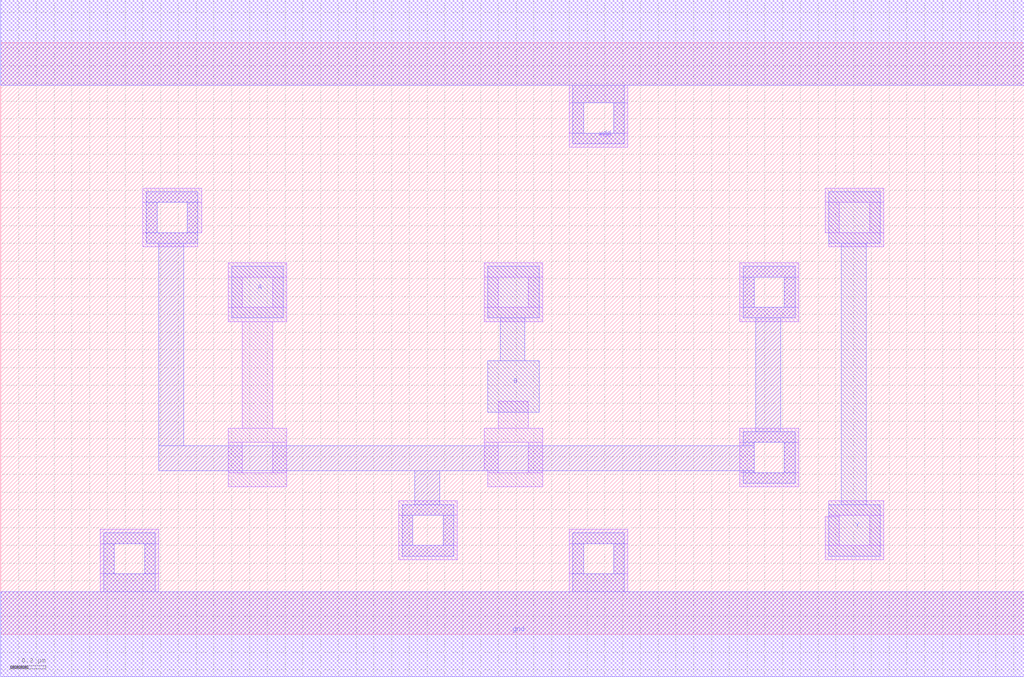
<source format=lef>
VERSION 5.7 ;
  NOWIREEXTENSIONATPIN ON ;
  DIVIDERCHAR "/" ;
  BUSBITCHARS "[]" ;
MACRO OR2X2
  CLASS CORE ;
  FOREIGN OR2X2 ;
  ORIGIN 0.000 0.000 ;
  SIZE 5.760 BY 3.330 ;
  SYMMETRY X Y R90 ;
  SITE unit ;
  PIN vdd
    DIRECTION INOUT ;
    USE POWER ;
    SHAPE ABUTMENT ;
    PORT
      LAYER met1 ;
        RECT 0.000 3.090 5.760 3.570 ;
        RECT 3.220 2.990 3.510 3.090 ;
        RECT 3.220 2.820 3.280 2.990 ;
        RECT 3.450 2.820 3.510 2.990 ;
        RECT 3.220 2.760 3.510 2.820 ;
    END
    PORT
      LAYER li1 ;
        RECT 0.000 3.090 5.760 3.570 ;
        RECT 3.200 2.990 3.530 3.090 ;
        RECT 3.200 2.820 3.280 2.990 ;
        RECT 3.450 2.820 3.530 2.990 ;
        RECT 3.200 2.740 3.530 2.820 ;
    END
  END vdd
  PIN gnd
    DIRECTION INOUT ;
    USE GROUND ;
    SHAPE ABUTMENT ;
    PORT
      LAYER met1 ;
        RECT 0.580 0.510 0.870 0.570 ;
        RECT 0.580 0.340 0.640 0.510 ;
        RECT 0.810 0.340 0.870 0.510 ;
        RECT 0.580 0.240 0.870 0.340 ;
        RECT 3.220 0.510 3.510 0.570 ;
        RECT 3.220 0.340 3.280 0.510 ;
        RECT 3.450 0.340 3.510 0.510 ;
        RECT 3.220 0.240 3.510 0.340 ;
        RECT 0.000 -0.240 5.760 0.240 ;
    END
    PORT
      LAYER li1 ;
        RECT 0.560 0.510 0.890 0.590 ;
        RECT 0.560 0.340 0.640 0.510 ;
        RECT 0.810 0.340 0.890 0.510 ;
        RECT 0.560 0.240 0.890 0.340 ;
        RECT 3.200 0.510 3.530 0.590 ;
        RECT 3.200 0.340 3.280 0.510 ;
        RECT 3.450 0.340 3.530 0.510 ;
        RECT 3.200 0.240 3.530 0.340 ;
        RECT 0.000 -0.240 5.760 0.240 ;
    END
  END gnd
  PIN Y
    DIRECTION INOUT ;
    USE SIGNAL ;
    SHAPE ABUTMENT ;
    PORT
      LAYER met1 ;
        RECT 4.660 2.200 4.950 2.490 ;
        RECT 4.730 0.730 4.870 2.200 ;
        RECT 4.660 0.440 4.950 0.730 ;
    END
  END Y
  PIN A
    DIRECTION INOUT ;
    USE SIGNAL ;
    SHAPE ABUTMENT ;
    PORT
      LAYER met1 ;
        RECT 1.300 1.780 1.590 2.070 ;
    END
  END A
  PIN B
    DIRECTION INOUT ;
    USE SIGNAL ;
    SHAPE ABUTMENT ;
    PORT
      LAYER met1 ;
        RECT 2.740 1.780 3.030 2.070 ;
        RECT 2.810 1.540 2.950 1.780 ;
        RECT 2.740 1.250 3.030 1.540 ;
    END
  END B
  OBS
      LAYER li1 ;
        RECT 0.800 2.430 1.130 2.510 ;
        RECT 0.800 2.260 0.880 2.430 ;
        RECT 1.050 2.260 1.130 2.430 ;
        RECT 4.640 2.430 4.970 2.510 ;
        RECT 4.640 2.260 4.720 2.430 ;
        RECT 4.890 2.260 4.970 2.430 ;
        RECT 0.800 2.180 1.110 2.260 ;
        RECT 4.660 2.180 4.970 2.260 ;
        RECT 1.280 2.010 1.610 2.090 ;
        RECT 1.280 1.840 1.360 2.010 ;
        RECT 1.530 1.840 1.610 2.010 ;
        RECT 1.280 1.760 1.610 1.840 ;
        RECT 2.720 2.010 3.050 2.090 ;
        RECT 2.720 1.840 2.800 2.010 ;
        RECT 2.970 1.840 3.050 2.010 ;
        RECT 2.720 1.760 3.050 1.840 ;
        RECT 4.160 2.010 4.490 2.090 ;
        RECT 4.160 1.840 4.240 2.010 ;
        RECT 4.410 1.840 4.490 2.010 ;
        RECT 4.160 1.760 4.490 1.840 ;
        RECT 1.360 1.160 1.530 1.760 ;
        RECT 2.800 1.160 2.970 1.310 ;
        RECT 1.280 1.080 1.610 1.160 ;
        RECT 1.280 0.910 1.360 1.080 ;
        RECT 1.530 0.910 1.610 1.080 ;
        RECT 2.720 1.080 3.050 1.160 ;
        RECT 2.720 0.920 2.800 1.080 ;
        RECT 1.280 0.830 1.610 0.910 ;
        RECT 2.740 0.910 2.800 0.920 ;
        RECT 2.970 0.910 3.050 1.080 ;
        RECT 2.740 0.830 3.050 0.910 ;
        RECT 4.160 1.080 4.490 1.160 ;
        RECT 4.160 0.910 4.240 1.080 ;
        RECT 4.410 0.910 4.490 1.080 ;
        RECT 4.160 0.830 4.490 0.910 ;
        RECT 2.240 0.670 2.570 0.750 ;
        RECT 2.240 0.500 2.320 0.670 ;
        RECT 2.490 0.500 2.570 0.670 ;
        RECT 4.660 0.670 4.970 0.750 ;
        RECT 4.660 0.660 4.720 0.670 ;
        RECT 2.240 0.420 2.570 0.500 ;
        RECT 4.640 0.500 4.720 0.660 ;
        RECT 4.890 0.500 4.970 0.670 ;
        RECT 4.640 0.420 4.970 0.500 ;
      LAYER met1 ;
        RECT 0.820 2.430 1.110 2.490 ;
        RECT 0.820 2.260 0.880 2.430 ;
        RECT 1.050 2.260 1.110 2.430 ;
        RECT 0.820 2.200 1.110 2.260 ;
        RECT 0.890 1.060 1.030 2.200 ;
        RECT 4.180 2.010 4.470 2.070 ;
        RECT 4.180 1.840 4.240 2.010 ;
        RECT 4.410 1.840 4.470 2.010 ;
        RECT 4.180 1.780 4.470 1.840 ;
        RECT 4.250 1.140 4.390 1.780 ;
        RECT 4.180 1.080 4.470 1.140 ;
        RECT 4.180 1.060 4.240 1.080 ;
        RECT 0.890 0.920 4.240 1.060 ;
        RECT 2.330 0.730 2.470 0.920 ;
        RECT 4.180 0.910 4.240 0.920 ;
        RECT 4.410 0.910 4.470 1.080 ;
        RECT 4.180 0.850 4.470 0.910 ;
        RECT 2.260 0.670 2.550 0.730 ;
        RECT 2.260 0.500 2.320 0.670 ;
        RECT 2.490 0.500 2.550 0.670 ;
        RECT 2.260 0.440 2.550 0.500 ;
  END
END OR2X2
END LIBRARY


</source>
